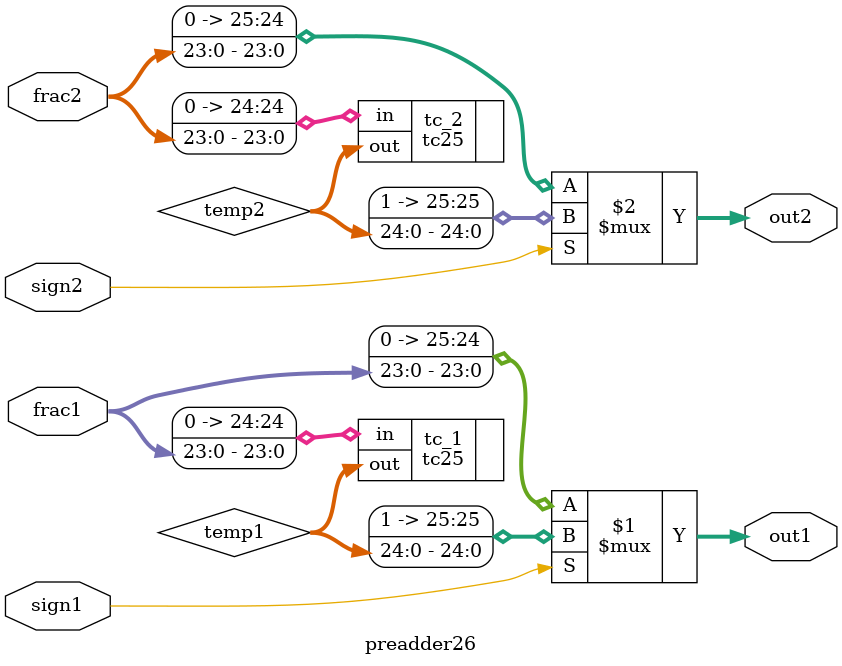
<source format=v>

module preadder26(
    out1,
    out2,
    sign1,
    sign2,
    frac1,
    frac2
);
    output [25:0]out1,out2;
    input  [23:0]frac1,frac2;
    input  sign1,sign2;

    wire [24:0]temp1,temp2;

    tc25 tc_1(.out(temp1),.in({1'b0,frac1}));
    tc25 tc_2(.out(temp2),.in({1'b0,frac2}));
    // mở rộng dấu để chống tràn//
    assign out1 = sign1?{1'b1,temp1}:{1'b0,frac1};
    assign out2 = sign2?{1'b1,temp2}:{1'b0,frac2};
endmodule
</source>
